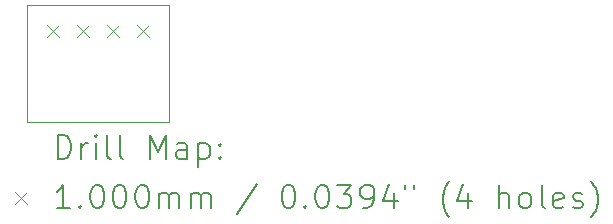
<source format=gbr>
%TF.GenerationSoftware,KiCad,Pcbnew,8.0.3*%
%TF.CreationDate,2025-03-02T20:24:48+02:00*%
%TF.ProjectId,SHT-31_module,5348542d-3331-45f6-9d6f-64756c652e6b,rev?*%
%TF.SameCoordinates,Original*%
%TF.FileFunction,Drillmap*%
%TF.FilePolarity,Positive*%
%FSLAX45Y45*%
G04 Gerber Fmt 4.5, Leading zero omitted, Abs format (unit mm)*
G04 Created by KiCad (PCBNEW 8.0.3) date 2025-03-02 20:24:48*
%MOMM*%
%LPD*%
G01*
G04 APERTURE LIST*
%ADD10C,0.050000*%
%ADD11C,0.200000*%
%ADD12C,0.100000*%
G04 APERTURE END LIST*
D10*
X16955000Y-6715000D02*
X18152500Y-6715000D01*
X18152500Y-7702500D01*
X16955000Y-7702500D01*
X16955000Y-6715000D01*
D11*
D12*
X17122500Y-6882500D02*
X17222500Y-6982500D01*
X17222500Y-6882500D02*
X17122500Y-6982500D01*
X17376500Y-6882500D02*
X17476500Y-6982500D01*
X17476500Y-6882500D02*
X17376500Y-6982500D01*
X17633500Y-6882500D02*
X17733500Y-6982500D01*
X17733500Y-6882500D02*
X17633500Y-6982500D01*
X17887500Y-6882500D02*
X17987500Y-6982500D01*
X17987500Y-6882500D02*
X17887500Y-6982500D01*
D11*
X17213277Y-8016484D02*
X17213277Y-7816484D01*
X17213277Y-7816484D02*
X17260896Y-7816484D01*
X17260896Y-7816484D02*
X17289467Y-7826008D01*
X17289467Y-7826008D02*
X17308515Y-7845055D01*
X17308515Y-7845055D02*
X17318039Y-7864103D01*
X17318039Y-7864103D02*
X17327563Y-7902198D01*
X17327563Y-7902198D02*
X17327563Y-7930769D01*
X17327563Y-7930769D02*
X17318039Y-7968865D01*
X17318039Y-7968865D02*
X17308515Y-7987912D01*
X17308515Y-7987912D02*
X17289467Y-8006960D01*
X17289467Y-8006960D02*
X17260896Y-8016484D01*
X17260896Y-8016484D02*
X17213277Y-8016484D01*
X17413277Y-8016484D02*
X17413277Y-7883150D01*
X17413277Y-7921246D02*
X17422801Y-7902198D01*
X17422801Y-7902198D02*
X17432324Y-7892674D01*
X17432324Y-7892674D02*
X17451372Y-7883150D01*
X17451372Y-7883150D02*
X17470420Y-7883150D01*
X17537086Y-8016484D02*
X17537086Y-7883150D01*
X17537086Y-7816484D02*
X17527563Y-7826008D01*
X17527563Y-7826008D02*
X17537086Y-7835531D01*
X17537086Y-7835531D02*
X17546610Y-7826008D01*
X17546610Y-7826008D02*
X17537086Y-7816484D01*
X17537086Y-7816484D02*
X17537086Y-7835531D01*
X17660896Y-8016484D02*
X17641848Y-8006960D01*
X17641848Y-8006960D02*
X17632324Y-7987912D01*
X17632324Y-7987912D02*
X17632324Y-7816484D01*
X17765658Y-8016484D02*
X17746610Y-8006960D01*
X17746610Y-8006960D02*
X17737086Y-7987912D01*
X17737086Y-7987912D02*
X17737086Y-7816484D01*
X17994229Y-8016484D02*
X17994229Y-7816484D01*
X17994229Y-7816484D02*
X18060896Y-7959341D01*
X18060896Y-7959341D02*
X18127563Y-7816484D01*
X18127563Y-7816484D02*
X18127563Y-8016484D01*
X18308515Y-8016484D02*
X18308515Y-7911722D01*
X18308515Y-7911722D02*
X18298991Y-7892674D01*
X18298991Y-7892674D02*
X18279944Y-7883150D01*
X18279944Y-7883150D02*
X18241848Y-7883150D01*
X18241848Y-7883150D02*
X18222801Y-7892674D01*
X18308515Y-8006960D02*
X18289467Y-8016484D01*
X18289467Y-8016484D02*
X18241848Y-8016484D01*
X18241848Y-8016484D02*
X18222801Y-8006960D01*
X18222801Y-8006960D02*
X18213277Y-7987912D01*
X18213277Y-7987912D02*
X18213277Y-7968865D01*
X18213277Y-7968865D02*
X18222801Y-7949817D01*
X18222801Y-7949817D02*
X18241848Y-7940293D01*
X18241848Y-7940293D02*
X18289467Y-7940293D01*
X18289467Y-7940293D02*
X18308515Y-7930769D01*
X18403753Y-7883150D02*
X18403753Y-8083150D01*
X18403753Y-7892674D02*
X18422801Y-7883150D01*
X18422801Y-7883150D02*
X18460896Y-7883150D01*
X18460896Y-7883150D02*
X18479944Y-7892674D01*
X18479944Y-7892674D02*
X18489467Y-7902198D01*
X18489467Y-7902198D02*
X18498991Y-7921246D01*
X18498991Y-7921246D02*
X18498991Y-7978388D01*
X18498991Y-7978388D02*
X18489467Y-7997436D01*
X18489467Y-7997436D02*
X18479944Y-8006960D01*
X18479944Y-8006960D02*
X18460896Y-8016484D01*
X18460896Y-8016484D02*
X18422801Y-8016484D01*
X18422801Y-8016484D02*
X18403753Y-8006960D01*
X18584705Y-7997436D02*
X18594229Y-8006960D01*
X18594229Y-8006960D02*
X18584705Y-8016484D01*
X18584705Y-8016484D02*
X18575182Y-8006960D01*
X18575182Y-8006960D02*
X18584705Y-7997436D01*
X18584705Y-7997436D02*
X18584705Y-8016484D01*
X18584705Y-7892674D02*
X18594229Y-7902198D01*
X18594229Y-7902198D02*
X18584705Y-7911722D01*
X18584705Y-7911722D02*
X18575182Y-7902198D01*
X18575182Y-7902198D02*
X18584705Y-7892674D01*
X18584705Y-7892674D02*
X18584705Y-7911722D01*
D12*
X16852500Y-8295000D02*
X16952500Y-8395000D01*
X16952500Y-8295000D02*
X16852500Y-8395000D01*
D11*
X17318039Y-8436484D02*
X17203753Y-8436484D01*
X17260896Y-8436484D02*
X17260896Y-8236484D01*
X17260896Y-8236484D02*
X17241848Y-8265055D01*
X17241848Y-8265055D02*
X17222801Y-8284103D01*
X17222801Y-8284103D02*
X17203753Y-8293627D01*
X17403753Y-8417436D02*
X17413277Y-8426960D01*
X17413277Y-8426960D02*
X17403753Y-8436484D01*
X17403753Y-8436484D02*
X17394229Y-8426960D01*
X17394229Y-8426960D02*
X17403753Y-8417436D01*
X17403753Y-8417436D02*
X17403753Y-8436484D01*
X17537086Y-8236484D02*
X17556134Y-8236484D01*
X17556134Y-8236484D02*
X17575182Y-8246008D01*
X17575182Y-8246008D02*
X17584705Y-8255531D01*
X17584705Y-8255531D02*
X17594229Y-8274579D01*
X17594229Y-8274579D02*
X17603753Y-8312674D01*
X17603753Y-8312674D02*
X17603753Y-8360293D01*
X17603753Y-8360293D02*
X17594229Y-8398389D01*
X17594229Y-8398389D02*
X17584705Y-8417436D01*
X17584705Y-8417436D02*
X17575182Y-8426960D01*
X17575182Y-8426960D02*
X17556134Y-8436484D01*
X17556134Y-8436484D02*
X17537086Y-8436484D01*
X17537086Y-8436484D02*
X17518039Y-8426960D01*
X17518039Y-8426960D02*
X17508515Y-8417436D01*
X17508515Y-8417436D02*
X17498991Y-8398389D01*
X17498991Y-8398389D02*
X17489467Y-8360293D01*
X17489467Y-8360293D02*
X17489467Y-8312674D01*
X17489467Y-8312674D02*
X17498991Y-8274579D01*
X17498991Y-8274579D02*
X17508515Y-8255531D01*
X17508515Y-8255531D02*
X17518039Y-8246008D01*
X17518039Y-8246008D02*
X17537086Y-8236484D01*
X17727563Y-8236484D02*
X17746610Y-8236484D01*
X17746610Y-8236484D02*
X17765658Y-8246008D01*
X17765658Y-8246008D02*
X17775182Y-8255531D01*
X17775182Y-8255531D02*
X17784705Y-8274579D01*
X17784705Y-8274579D02*
X17794229Y-8312674D01*
X17794229Y-8312674D02*
X17794229Y-8360293D01*
X17794229Y-8360293D02*
X17784705Y-8398389D01*
X17784705Y-8398389D02*
X17775182Y-8417436D01*
X17775182Y-8417436D02*
X17765658Y-8426960D01*
X17765658Y-8426960D02*
X17746610Y-8436484D01*
X17746610Y-8436484D02*
X17727563Y-8436484D01*
X17727563Y-8436484D02*
X17708515Y-8426960D01*
X17708515Y-8426960D02*
X17698991Y-8417436D01*
X17698991Y-8417436D02*
X17689467Y-8398389D01*
X17689467Y-8398389D02*
X17679944Y-8360293D01*
X17679944Y-8360293D02*
X17679944Y-8312674D01*
X17679944Y-8312674D02*
X17689467Y-8274579D01*
X17689467Y-8274579D02*
X17698991Y-8255531D01*
X17698991Y-8255531D02*
X17708515Y-8246008D01*
X17708515Y-8246008D02*
X17727563Y-8236484D01*
X17918039Y-8236484D02*
X17937086Y-8236484D01*
X17937086Y-8236484D02*
X17956134Y-8246008D01*
X17956134Y-8246008D02*
X17965658Y-8255531D01*
X17965658Y-8255531D02*
X17975182Y-8274579D01*
X17975182Y-8274579D02*
X17984705Y-8312674D01*
X17984705Y-8312674D02*
X17984705Y-8360293D01*
X17984705Y-8360293D02*
X17975182Y-8398389D01*
X17975182Y-8398389D02*
X17965658Y-8417436D01*
X17965658Y-8417436D02*
X17956134Y-8426960D01*
X17956134Y-8426960D02*
X17937086Y-8436484D01*
X17937086Y-8436484D02*
X17918039Y-8436484D01*
X17918039Y-8436484D02*
X17898991Y-8426960D01*
X17898991Y-8426960D02*
X17889467Y-8417436D01*
X17889467Y-8417436D02*
X17879944Y-8398389D01*
X17879944Y-8398389D02*
X17870420Y-8360293D01*
X17870420Y-8360293D02*
X17870420Y-8312674D01*
X17870420Y-8312674D02*
X17879944Y-8274579D01*
X17879944Y-8274579D02*
X17889467Y-8255531D01*
X17889467Y-8255531D02*
X17898991Y-8246008D01*
X17898991Y-8246008D02*
X17918039Y-8236484D01*
X18070420Y-8436484D02*
X18070420Y-8303150D01*
X18070420Y-8322198D02*
X18079944Y-8312674D01*
X18079944Y-8312674D02*
X18098991Y-8303150D01*
X18098991Y-8303150D02*
X18127563Y-8303150D01*
X18127563Y-8303150D02*
X18146610Y-8312674D01*
X18146610Y-8312674D02*
X18156134Y-8331722D01*
X18156134Y-8331722D02*
X18156134Y-8436484D01*
X18156134Y-8331722D02*
X18165658Y-8312674D01*
X18165658Y-8312674D02*
X18184705Y-8303150D01*
X18184705Y-8303150D02*
X18213277Y-8303150D01*
X18213277Y-8303150D02*
X18232325Y-8312674D01*
X18232325Y-8312674D02*
X18241848Y-8331722D01*
X18241848Y-8331722D02*
X18241848Y-8436484D01*
X18337086Y-8436484D02*
X18337086Y-8303150D01*
X18337086Y-8322198D02*
X18346610Y-8312674D01*
X18346610Y-8312674D02*
X18365658Y-8303150D01*
X18365658Y-8303150D02*
X18394229Y-8303150D01*
X18394229Y-8303150D02*
X18413277Y-8312674D01*
X18413277Y-8312674D02*
X18422801Y-8331722D01*
X18422801Y-8331722D02*
X18422801Y-8436484D01*
X18422801Y-8331722D02*
X18432325Y-8312674D01*
X18432325Y-8312674D02*
X18451372Y-8303150D01*
X18451372Y-8303150D02*
X18479944Y-8303150D01*
X18479944Y-8303150D02*
X18498991Y-8312674D01*
X18498991Y-8312674D02*
X18508515Y-8331722D01*
X18508515Y-8331722D02*
X18508515Y-8436484D01*
X18898991Y-8226960D02*
X18727563Y-8484103D01*
X19156134Y-8236484D02*
X19175182Y-8236484D01*
X19175182Y-8236484D02*
X19194229Y-8246008D01*
X19194229Y-8246008D02*
X19203753Y-8255531D01*
X19203753Y-8255531D02*
X19213277Y-8274579D01*
X19213277Y-8274579D02*
X19222801Y-8312674D01*
X19222801Y-8312674D02*
X19222801Y-8360293D01*
X19222801Y-8360293D02*
X19213277Y-8398389D01*
X19213277Y-8398389D02*
X19203753Y-8417436D01*
X19203753Y-8417436D02*
X19194229Y-8426960D01*
X19194229Y-8426960D02*
X19175182Y-8436484D01*
X19175182Y-8436484D02*
X19156134Y-8436484D01*
X19156134Y-8436484D02*
X19137087Y-8426960D01*
X19137087Y-8426960D02*
X19127563Y-8417436D01*
X19127563Y-8417436D02*
X19118039Y-8398389D01*
X19118039Y-8398389D02*
X19108515Y-8360293D01*
X19108515Y-8360293D02*
X19108515Y-8312674D01*
X19108515Y-8312674D02*
X19118039Y-8274579D01*
X19118039Y-8274579D02*
X19127563Y-8255531D01*
X19127563Y-8255531D02*
X19137087Y-8246008D01*
X19137087Y-8246008D02*
X19156134Y-8236484D01*
X19308515Y-8417436D02*
X19318039Y-8426960D01*
X19318039Y-8426960D02*
X19308515Y-8436484D01*
X19308515Y-8436484D02*
X19298991Y-8426960D01*
X19298991Y-8426960D02*
X19308515Y-8417436D01*
X19308515Y-8417436D02*
X19308515Y-8436484D01*
X19441848Y-8236484D02*
X19460896Y-8236484D01*
X19460896Y-8236484D02*
X19479944Y-8246008D01*
X19479944Y-8246008D02*
X19489468Y-8255531D01*
X19489468Y-8255531D02*
X19498991Y-8274579D01*
X19498991Y-8274579D02*
X19508515Y-8312674D01*
X19508515Y-8312674D02*
X19508515Y-8360293D01*
X19508515Y-8360293D02*
X19498991Y-8398389D01*
X19498991Y-8398389D02*
X19489468Y-8417436D01*
X19489468Y-8417436D02*
X19479944Y-8426960D01*
X19479944Y-8426960D02*
X19460896Y-8436484D01*
X19460896Y-8436484D02*
X19441848Y-8436484D01*
X19441848Y-8436484D02*
X19422801Y-8426960D01*
X19422801Y-8426960D02*
X19413277Y-8417436D01*
X19413277Y-8417436D02*
X19403753Y-8398389D01*
X19403753Y-8398389D02*
X19394229Y-8360293D01*
X19394229Y-8360293D02*
X19394229Y-8312674D01*
X19394229Y-8312674D02*
X19403753Y-8274579D01*
X19403753Y-8274579D02*
X19413277Y-8255531D01*
X19413277Y-8255531D02*
X19422801Y-8246008D01*
X19422801Y-8246008D02*
X19441848Y-8236484D01*
X19575182Y-8236484D02*
X19698991Y-8236484D01*
X19698991Y-8236484D02*
X19632325Y-8312674D01*
X19632325Y-8312674D02*
X19660896Y-8312674D01*
X19660896Y-8312674D02*
X19679944Y-8322198D01*
X19679944Y-8322198D02*
X19689468Y-8331722D01*
X19689468Y-8331722D02*
X19698991Y-8350769D01*
X19698991Y-8350769D02*
X19698991Y-8398389D01*
X19698991Y-8398389D02*
X19689468Y-8417436D01*
X19689468Y-8417436D02*
X19679944Y-8426960D01*
X19679944Y-8426960D02*
X19660896Y-8436484D01*
X19660896Y-8436484D02*
X19603753Y-8436484D01*
X19603753Y-8436484D02*
X19584706Y-8426960D01*
X19584706Y-8426960D02*
X19575182Y-8417436D01*
X19794229Y-8436484D02*
X19832325Y-8436484D01*
X19832325Y-8436484D02*
X19851372Y-8426960D01*
X19851372Y-8426960D02*
X19860896Y-8417436D01*
X19860896Y-8417436D02*
X19879944Y-8388865D01*
X19879944Y-8388865D02*
X19889468Y-8350769D01*
X19889468Y-8350769D02*
X19889468Y-8274579D01*
X19889468Y-8274579D02*
X19879944Y-8255531D01*
X19879944Y-8255531D02*
X19870420Y-8246008D01*
X19870420Y-8246008D02*
X19851372Y-8236484D01*
X19851372Y-8236484D02*
X19813277Y-8236484D01*
X19813277Y-8236484D02*
X19794229Y-8246008D01*
X19794229Y-8246008D02*
X19784706Y-8255531D01*
X19784706Y-8255531D02*
X19775182Y-8274579D01*
X19775182Y-8274579D02*
X19775182Y-8322198D01*
X19775182Y-8322198D02*
X19784706Y-8341246D01*
X19784706Y-8341246D02*
X19794229Y-8350769D01*
X19794229Y-8350769D02*
X19813277Y-8360293D01*
X19813277Y-8360293D02*
X19851372Y-8360293D01*
X19851372Y-8360293D02*
X19870420Y-8350769D01*
X19870420Y-8350769D02*
X19879944Y-8341246D01*
X19879944Y-8341246D02*
X19889468Y-8322198D01*
X20060896Y-8303150D02*
X20060896Y-8436484D01*
X20013277Y-8226960D02*
X19965658Y-8369817D01*
X19965658Y-8369817D02*
X20089468Y-8369817D01*
X20156134Y-8236484D02*
X20156134Y-8274579D01*
X20232325Y-8236484D02*
X20232325Y-8274579D01*
X20527563Y-8512674D02*
X20518039Y-8503150D01*
X20518039Y-8503150D02*
X20498991Y-8474579D01*
X20498991Y-8474579D02*
X20489468Y-8455531D01*
X20489468Y-8455531D02*
X20479944Y-8426960D01*
X20479944Y-8426960D02*
X20470420Y-8379341D01*
X20470420Y-8379341D02*
X20470420Y-8341246D01*
X20470420Y-8341246D02*
X20479944Y-8293627D01*
X20479944Y-8293627D02*
X20489468Y-8265055D01*
X20489468Y-8265055D02*
X20498991Y-8246008D01*
X20498991Y-8246008D02*
X20518039Y-8217436D01*
X20518039Y-8217436D02*
X20527563Y-8207912D01*
X20689468Y-8303150D02*
X20689468Y-8436484D01*
X20641849Y-8226960D02*
X20594230Y-8369817D01*
X20594230Y-8369817D02*
X20718039Y-8369817D01*
X20946611Y-8436484D02*
X20946611Y-8236484D01*
X21032325Y-8436484D02*
X21032325Y-8331722D01*
X21032325Y-8331722D02*
X21022801Y-8312674D01*
X21022801Y-8312674D02*
X21003753Y-8303150D01*
X21003753Y-8303150D02*
X20975182Y-8303150D01*
X20975182Y-8303150D02*
X20956134Y-8312674D01*
X20956134Y-8312674D02*
X20946611Y-8322198D01*
X21156134Y-8436484D02*
X21137087Y-8426960D01*
X21137087Y-8426960D02*
X21127563Y-8417436D01*
X21127563Y-8417436D02*
X21118039Y-8398389D01*
X21118039Y-8398389D02*
X21118039Y-8341246D01*
X21118039Y-8341246D02*
X21127563Y-8322198D01*
X21127563Y-8322198D02*
X21137087Y-8312674D01*
X21137087Y-8312674D02*
X21156134Y-8303150D01*
X21156134Y-8303150D02*
X21184706Y-8303150D01*
X21184706Y-8303150D02*
X21203753Y-8312674D01*
X21203753Y-8312674D02*
X21213277Y-8322198D01*
X21213277Y-8322198D02*
X21222801Y-8341246D01*
X21222801Y-8341246D02*
X21222801Y-8398389D01*
X21222801Y-8398389D02*
X21213277Y-8417436D01*
X21213277Y-8417436D02*
X21203753Y-8426960D01*
X21203753Y-8426960D02*
X21184706Y-8436484D01*
X21184706Y-8436484D02*
X21156134Y-8436484D01*
X21337087Y-8436484D02*
X21318039Y-8426960D01*
X21318039Y-8426960D02*
X21308515Y-8407912D01*
X21308515Y-8407912D02*
X21308515Y-8236484D01*
X21489468Y-8426960D02*
X21470420Y-8436484D01*
X21470420Y-8436484D02*
X21432325Y-8436484D01*
X21432325Y-8436484D02*
X21413277Y-8426960D01*
X21413277Y-8426960D02*
X21403753Y-8407912D01*
X21403753Y-8407912D02*
X21403753Y-8331722D01*
X21403753Y-8331722D02*
X21413277Y-8312674D01*
X21413277Y-8312674D02*
X21432325Y-8303150D01*
X21432325Y-8303150D02*
X21470420Y-8303150D01*
X21470420Y-8303150D02*
X21489468Y-8312674D01*
X21489468Y-8312674D02*
X21498992Y-8331722D01*
X21498992Y-8331722D02*
X21498992Y-8350769D01*
X21498992Y-8350769D02*
X21403753Y-8369817D01*
X21575182Y-8426960D02*
X21594230Y-8436484D01*
X21594230Y-8436484D02*
X21632325Y-8436484D01*
X21632325Y-8436484D02*
X21651373Y-8426960D01*
X21651373Y-8426960D02*
X21660896Y-8407912D01*
X21660896Y-8407912D02*
X21660896Y-8398389D01*
X21660896Y-8398389D02*
X21651373Y-8379341D01*
X21651373Y-8379341D02*
X21632325Y-8369817D01*
X21632325Y-8369817D02*
X21603753Y-8369817D01*
X21603753Y-8369817D02*
X21584706Y-8360293D01*
X21584706Y-8360293D02*
X21575182Y-8341246D01*
X21575182Y-8341246D02*
X21575182Y-8331722D01*
X21575182Y-8331722D02*
X21584706Y-8312674D01*
X21584706Y-8312674D02*
X21603753Y-8303150D01*
X21603753Y-8303150D02*
X21632325Y-8303150D01*
X21632325Y-8303150D02*
X21651373Y-8312674D01*
X21727563Y-8512674D02*
X21737087Y-8503150D01*
X21737087Y-8503150D02*
X21756134Y-8474579D01*
X21756134Y-8474579D02*
X21765658Y-8455531D01*
X21765658Y-8455531D02*
X21775182Y-8426960D01*
X21775182Y-8426960D02*
X21784706Y-8379341D01*
X21784706Y-8379341D02*
X21784706Y-8341246D01*
X21784706Y-8341246D02*
X21775182Y-8293627D01*
X21775182Y-8293627D02*
X21765658Y-8265055D01*
X21765658Y-8265055D02*
X21756134Y-8246008D01*
X21756134Y-8246008D02*
X21737087Y-8217436D01*
X21737087Y-8217436D02*
X21727563Y-8207912D01*
M02*

</source>
